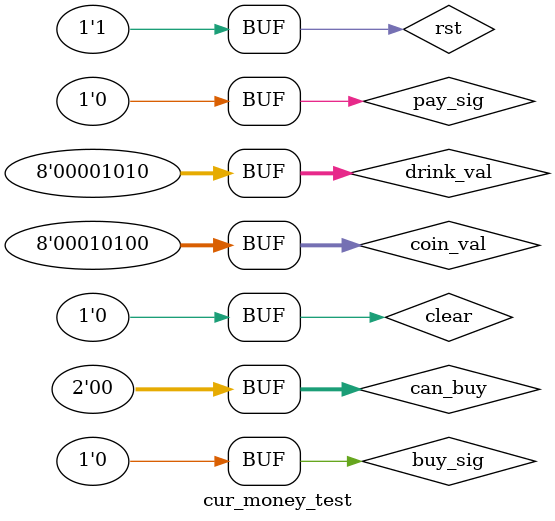
<source format=v>
`timescale 1ns / 1ps
module cur_money_test();
reg rst,clear,pay_sig,buy_sig;
reg [1:0]can_buy;
reg [7:0]drink_val,coin_val;
wire [7:0] cur_val;
cur_money test(rst,clear,pay_sig,buy_sig,coin_val,drink_val,can_buy,cur_val);
initial begin
rst=1;
pay_sig=0;buy_sig=0;coin_val=0;drink_val=8'b00000101;clear=0;can_buy=00;
#5 rst=0;//ÖØÖÃÏµÍ³
#5 rst=1;
#5 coin_val=8'b00000010;
#5 pay_sig=1;#5 pay_sig=0;//Í¶±Ò1Ôª
#5 pay_sig=1;#5 pay_sig=0;//Í¶±Ò1Ôª
#5 pay_sig=1;#5 pay_sig=0;//Í¶±Ò1Ôª
#5 coin_val=8'b00010100;#5 pay_sig=1;#5 pay_sig=0;//Í¶±Ò10Ôª
#5 pay_sig=1;#5 pay_sig=0;//Í¶±Ò10Ôª
#20 can_buy=2'b10;//¿É¹ºÂò5ÔªÉÌÆ·
#5 buy_sig=1;#5 buy_sig=0;//¹ºÂò2.5ÔªÒûÁÏ
#5 drink_val=8'b00001010;#5 buy_sig=1;#5 buy_sig=0;//¹ºÂò5ÔªÒûÁÏ
#5 can_buy=2'b00;//²»¿É¹ºÂòÉÌÆ·
#5 buy_sig=1;#5 buy_sig=0;//¹ºÂò5ÔªÒûÁÏ²»³É¹¦
#10 clear=1;#5 clear=0;//Çå¿Õ
end
endmodule

</source>
